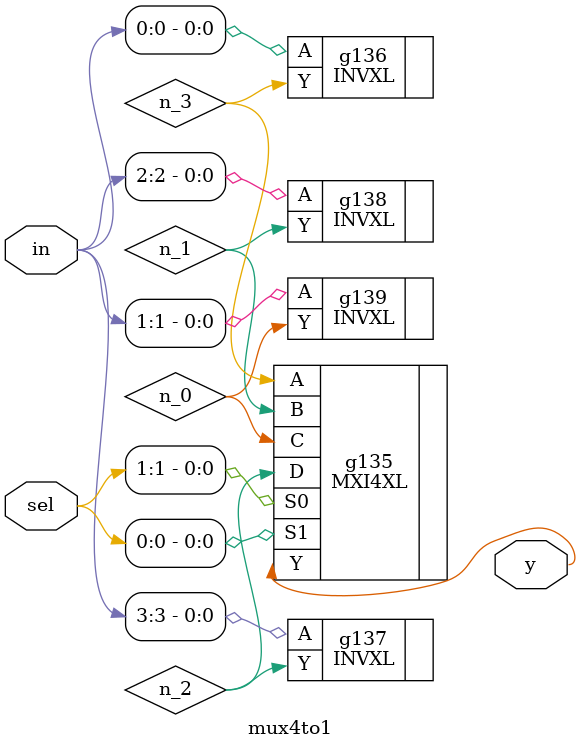
<source format=v>


// Verification Directory fv/mux4to1 

module mux4to1(in, sel, y);
  input [3:0] in;
  input [1:0] sel;
  output y;
  wire [3:0] in;
  wire [1:0] sel;
  wire y;
  wire n_0, n_1, n_2, n_3;
  MXI4XL g135(.A (n_3), .B (n_1), .C (n_0), .D (n_2), .S0 (sel[1]), .S1 (sel[0]), .Y (y));
  INVXL g136(.A (in[0]), .Y (n_3));
  INVXL g137(.A (in[3]), .Y (n_2));
  INVXL g138(.A (in[2]), .Y (n_1));
  INVXL g139(.A (in[1]), .Y (n_0));
endmodule


</source>
